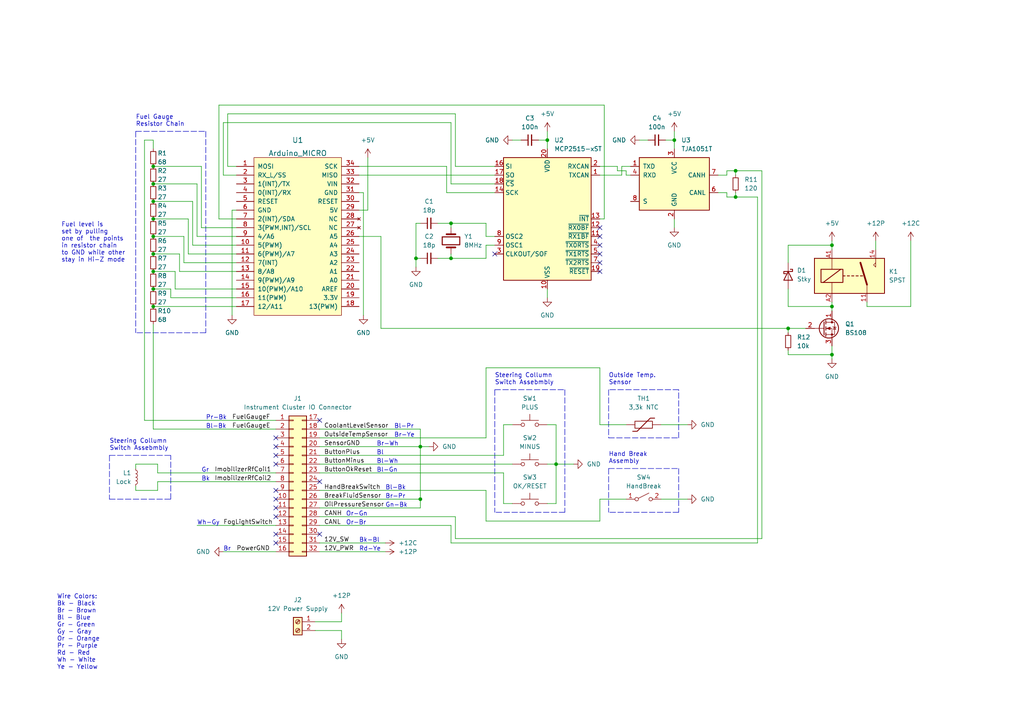
<source format=kicad_sch>
(kicad_sch (version 20211123) (generator eeschema)
  (paper "A4")
  (title_block (title "WV Instrument Cluster Controller") (date "2022-10-25") (rev "0") (company "A. Vene") (comment 1 "Arduino Micro and MCP2515 based VWinstrument cluster interface circuit diagram"))
  (lib_symbols
    (symbol "Connector:Screw_Terminal_01x02" (pin_names (offset 1.016) hide)
      (property "Reference" "J" (at 0 2.54 0))
      (property "Value" "Screw_Terminal_01x02" (at 0 -5.08 0))
      (symbol "Screw_Terminal_01x02_1_1"
        (rectangle (start -1.27 1.27) (end 1.27 -3.81) (stroke (width 0.254)) (fill (type background)))
        (circle (center 0 -2.54) (radius 0.635) (stroke (width 0.1524)))
        (polyline (pts (xy -0.5334 -2.2098) (xy 0.3302 -3.048)) (stroke (width 0.1524)))
        (polyline (pts (xy -0.5334 0.3302) (xy 0.3302 -0.508)) (stroke (width 0.1524)))
        (polyline (pts (xy -0.3556 -2.032) (xy 0.508 -2.8702)) (stroke (width 0.1524)))
        (polyline (pts (xy -0.3556 0.508) (xy 0.508 -0.3302)) (stroke (width 0.1524)))
        (circle (center 0 0) (radius 0.635) (stroke (width 0.1524)))
        (pin passive line (at -5.08 0 0) (length 3.81) (name "Pin_1") (number "1"))
        (pin passive line (at -5.08 -2.54 0) (length 3.81) (name "Pin_2") (number "2"))
      )
    )
    (symbol "Connector_Generic:Conn_02x16_Top_Bottom" (pin_names (offset 1.016) hide)
      (property "Reference" "J" (at 1.27 20.32 0))
      (property "Value" "Conn_02x16_Top_Bottom" (at 1.27 -22.86 0))
      (symbol "Conn_02x16_Top_Bottom_1_1"
        (rectangle (start -1.27 -20.193) (end 0 -20.447) (stroke (width 0.1524)))
        (rectangle (start -1.27 -17.653) (end 0 -17.907) (stroke (width 0.1524)))
        (rectangle (start -1.27 -15.113) (end 0 -15.367) (stroke (width 0.1524)))
        (rectangle (start -1.27 -12.573) (end 0 -12.827) (stroke (width 0.1524)))
        (rectangle (start -1.27 -10.033) (end 0 -10.287) (stroke (width 0.1524)))
        (rectangle (start -1.27 -7.493) (end 0 -7.747) (stroke (width 0.1524)))
        (rectangle (start -1.27 -4.953) (end 0 -5.207) (stroke (width 0.1524)))
        (rectangle (start -1.27 -2.413) (end 0 -2.667) (stroke (width 0.1524)))
        (rectangle (start -1.27 0.127) (end 0 -0.127) (stroke (width 0.1524)))
        (rectangle (start -1.27 2.667) (end 0 2.413) (stroke (width 0.1524)))
        (rectangle (start -1.27 5.207) (end 0 4.953) (stroke (width 0.1524)))
        (rectangle (start -1.27 7.747) (end 0 7.493) (stroke (width 0.1524)))
        (rectangle (start -1.27 10.287) (end 0 10.033) (stroke (width 0.1524)))
        (rectangle (start -1.27 12.827) (end 0 12.573) (stroke (width 0.1524)))
        (rectangle (start -1.27 15.367) (end 0 15.113) (stroke (width 0.1524)))
        (rectangle (start -1.27 17.907) (end 0 17.653) (stroke (width 0.1524)))
        (rectangle (start -1.27 19.05) (end 3.81 -21.59) (stroke (width 0.254)) (fill (type background)))
        (rectangle (start 3.81 -20.193) (end 2.54 -20.447) (stroke (width 0.1524)))
        (rectangle (start 3.81 -17.653) (end 2.54 -17.907) (stroke (width 0.1524)))
        (rectangle (start 3.81 -15.113) (end 2.54 -15.367) (stroke (width 0.1524)))
        (rectangle (start 3.81 -12.573) (end 2.54 -12.827) (stroke (width 0.1524)))
        (rectangle (start 3.81 -10.033) (end 2.54 -10.287) (stroke (width 0.1524)))
        (rectangle (start 3.81 -7.493) (end 2.54 -7.747) (stroke (width 0.1524)))
        (rectangle (start 3.81 -4.953) (end 2.54 -5.207) (stroke (width 0.1524)))
        (rectangle (start 3.81 -2.413) (end 2.54 -2.667) (stroke (width 0.1524)))
        (rectangle (start 3.81 0.127) (end 2.54 -0.127) (stroke (width 0.1524)))
        (rectangle (start 3.81 2.667) (end 2.54 2.413) (stroke (width 0.1524)))
        (rectangle (start 3.81 5.207) (end 2.54 4.953) (stroke (width 0.1524)))
        (rectangle (start 3.81 7.747) (end 2.54 7.493) (stroke (width 0.1524)))
        (rectangle (start 3.81 10.287) (end 2.54 10.033) (stroke (width 0.1524)))
        (rectangle (start 3.81 12.827) (end 2.54 12.573) (stroke (width 0.1524)))
        (rectangle (start 3.81 15.367) (end 2.54 15.113) (stroke (width 0.1524)))
        (rectangle (start 3.81 17.907) (end 2.54 17.653) (stroke (width 0.1524)))
        (pin passive line (at -5.08 17.78 0) (length 3.81) (name "Pin_1") (number "1"))
        (pin passive line (at -5.08 -5.08 0) (length 3.81) (name "Pin_10") (number "10"))
        (pin passive line (at -5.08 -7.62 0) (length 3.81) (name "Pin_11") (number "11"))
        (pin passive line (at -5.08 -10.16 0) (length 3.81) (name "Pin_12") (number "12"))
        (pin passive line (at -5.08 -12.7 0) (length 3.81) (name "Pin_13") (number "13"))
        (pin passive line (at -5.08 -15.24 0) (length 3.81) (name "Pin_14") (number "14"))
        (pin passive line (at -5.08 -17.78 0) (length 3.81) (name "Pin_15") (number "15"))
        (pin passive line (at -5.08 -20.32 0) (length 3.81) (name "Pin_16") (number "16"))
        (pin passive line (at 7.62 17.78 180) (length 3.81) (name "Pin_17") (number "17"))
        (pin passive line (at 7.62 15.24 180) (length 3.81) (name "Pin_18") (number "18"))
        (pin passive line (at 7.62 12.7 180) (length 3.81) (name "Pin_19") (number "19"))
        (pin passive line (at -5.08 15.24 0) (length 3.81) (name "Pin_2") (number "2"))
        (pin passive line (at 7.62 10.16 180) (length 3.81) (name "Pin_20") (number "20"))
        (pin passive line (at 7.62 7.62 180) (length 3.81) (name "Pin_21") (number "21"))
        (pin passive line (at 7.62 5.08 180) (length 3.81) (name "Pin_22") (number "22"))
        (pin passive line (at 7.62 2.54 180) (length 3.81) (name "Pin_23") (number "23"))
        (pin passive line (at 7.62 0 180) (length 3.81) (name "Pin_24") (number "24"))
        (pin passive line (at 7.62 -2.54 180) (length 3.81) (name "Pin_25") (number "25"))
        (pin passive line (at 7.62 -5.08 180) (length 3.81) (name "Pin_26") (number "26"))
        (pin passive line (at 7.62 -7.62 180) (length 3.81) (name "Pin_27") (number "27"))
        (pin passive line (at 7.62 -10.16 180) (length 3.81) (name "Pin_28") (number "28"))
        (pin passive line (at 7.62 -12.7 180) (length 3.81) (name "Pin_29") (number "29"))
        (pin passive line (at -5.08 12.7 0) (length 3.81) (name "Pin_3") (number "3"))
        (pin passive line (at 7.62 -15.24 180) (length 3.81) (name "Pin_30") (number "30"))
        (pin passive line (at 7.62 -17.78 180) (length 3.81) (name "Pin_31") (number "31"))
        (pin passive line (at 7.62 -20.32 180) (length 3.81) (name "Pin_32") (number "32"))
        (pin passive line (at -5.08 10.16 0) (length 3.81) (name "Pin_4") (number "4"))
        (pin passive line (at -5.08 7.62 0) (length 3.81) (name "Pin_5") (number "5"))
        (pin passive line (at -5.08 5.08 0) (length 3.81) (name "Pin_6") (number "6"))
        (pin passive line (at -5.08 2.54 0) (length 3.81) (name "Pin_7") (number "7"))
        (pin passive line (at -5.08 0 0) (length 3.81) (name "Pin_8") (number "8"))
        (pin passive line (at -5.08 -2.54 0) (length 3.81) (name "Pin_9") (number "9"))
      )
    )
    (symbol "Device:C_Small" (pin_numbers hide) (pin_names (offset 0.254) hide)
      (property "Reference" "C" (at 0.254 1.778 0))
      (property "Value" "C_Small" (at 0.254 -2.032 0))
      (symbol "C_Small_0_1"
        (polyline (pts (xy -1.524 -0.508) (xy 1.524 -0.508)) (stroke (width 0.3302)))
        (polyline (pts (xy -1.524 0.508) (xy 1.524 0.508)) (stroke (width 0.3048)))
      )
      (symbol "C_Small_1_1"
        (pin passive line (at 0 2.54 270) (length 2.032) (name "~") (number "1"))
        (pin passive line (at 0 -2.54 90) (length 2.032) (name "~") (number "2"))
      )
    )
    (symbol "Device:Crystal" (pin_numbers hide) (pin_names (offset 1.016) hide)
      (property "Reference" "Y" (at 0 3.81 0))
      (property "Value" "Crystal" (at 0 -3.81 0))
      (symbol "Crystal_0_1"
        (rectangle (start -1.143 2.54) (end 1.143 -2.54) (stroke (width 0.3048)))
        (polyline (pts (xy -2.54 0) (xy -1.905 0)))
        (polyline (pts (xy -1.905 -1.27) (xy -1.905 1.27)) (stroke (width 0.508)))
        (polyline (pts (xy 1.905 -1.27) (xy 1.905 1.27)) (stroke (width 0.508)))
        (polyline (pts (xy 2.54 0) (xy 1.905 0)))
      )
      (symbol "Crystal_1_1"
        (pin passive line (at -3.81 0 0) (length 1.27) (name "1") (number "1"))
        (pin passive line (at 3.81 0 180) (length 1.27) (name "2") (number "2"))
      )
    )
    (symbol "Device:D_Schottky" (pin_numbers hide) (pin_names (offset 1.016) hide)
      (property "Reference" "D" (at 0 2.54 0))
      (property "Value" "D_Schottky" (at 0 -2.54 0))
      (symbol "D_Schottky_0_1"
        (polyline (pts (xy 1.27 0) (xy -1.27 0)))
        (polyline (pts (xy 1.27 1.27) (xy 1.27 -1.27) (xy -1.27 0) (xy 1.27 1.27)) (stroke (width 0.254)))
        (polyline (pts (xy -1.905 0.635) (xy -1.905 1.27) (xy -1.27 1.27) (xy -1.27 -1.27) (xy -0.635 -1.27) (xy -0.635 -0.635)) (stroke (width 0.254)))
      )
      (symbol "D_Schottky_1_1"
        (pin passive line (at -3.81 0 0) (length 2.54) (name "K") (number "1"))
        (pin passive line (at 3.81 0 180) (length 2.54) (name "A") (number "2"))
      )
    )
    (symbol "Device:L_Small" (pin_numbers hide) (pin_names (offset 0.254) hide)
      (property "Reference" "L" (at 0.762 1.016 0))
      (property "Value" "L_Small" (at 0.762 -1.016 0))
      (symbol "L_Small_0_1"
        (arc (start 0 -2.032) (mid 0.508 -1.524) (end 0 -1.016))
        (arc (start 0 -1.016) (mid 0.508 -0.508) (end 0 0))
        (arc (start 0 0) (mid 0.508 0.508) (end 0 1.016))
        (arc (start 0 1.016) (mid 0.508 1.524) (end 0 2.032))
      )
      (symbol "L_Small_1_1"
        (pin passive line (at 0 2.54 270) (length 0.508) (name "~") (number "1"))
        (pin passive line (at 0 -2.54 90) (length 0.508) (name "~") (number "2"))
      )
    )
    (symbol "Device:Q_NMOS_DGS" (pin_names (offset 0) hide)
      (property "Reference" "Q" (at 5.08 1.27 0))
      (property "Value" "Q_NMOS_DGS" (at 5.08 -1.27 0))
      (symbol "Q_NMOS_DGS_0_1"
        (polyline (pts (xy 0.254 0) (xy -2.54 0)))
        (polyline (pts (xy 0.254 1.905) (xy 0.254 -1.905)) (stroke (width 0.254)))
        (polyline (pts (xy 0.762 -1.27) (xy 0.762 -2.286)) (stroke (width 0.254)))
        (polyline (pts (xy 0.762 0.508) (xy 0.762 -0.508)) (stroke (width 0.254)))
        (polyline (pts (xy 0.762 2.286) (xy 0.762 1.27)) (stroke (width 0.254)))
        (polyline (pts (xy 2.54 2.54) (xy 2.54 1.778)))
        (polyline (pts (xy 2.54 -2.54) (xy 2.54 0) (xy 0.762 0)))
        (polyline (pts (xy 0.762 -1.778) (xy 3.302 -1.778) (xy 3.302 1.778) (xy 0.762 1.778)))
        (polyline (pts (xy 1.016 0) (xy 2.032 0.381) (xy 2.032 -0.381) (xy 1.016 0)) (fill (type outline)))
        (polyline (pts (xy 2.794 0.508) (xy 2.921 0.381) (xy 3.683 0.381) (xy 3.81 0.254)))
        (polyline (pts (xy 3.302 0.381) (xy 2.921 -0.254) (xy 3.683 -0.254) (xy 3.302 0.381)))
        (circle (center 1.651 0) (radius 2.794) (stroke (width 0.254)))
        (circle (center 2.54 -1.778) (radius 0.254) (fill (type outline)))
        (circle (center 2.54 1.778) (radius 0.254) (fill (type outline)))
      )
      (symbol "Q_NMOS_DGS_1_1"
        (pin passive line (at 2.54 5.08 270) (length 2.54) (name "D") (number "1"))
        (pin input line (at -5.08 0 0) (length 2.54) (name "G") (number "2"))
        (pin passive line (at 2.54 -5.08 90) (length 2.54) (name "S") (number "3"))
      )
    )
    (symbol "Device:R_Small" (pin_numbers hide) (pin_names (offset 0.254) hide)
      (property "Reference" "R" (at 0.762 0.508 0))
      (property "Value" "R_Small" (at 0.762 -1.016 0))
      (symbol "R_Small_0_1"
        (rectangle (start -0.762 1.778) (end 0.762 -1.778) (stroke (width 0.2032)))
      )
      (symbol "R_Small_1_1"
        (pin passive line (at 0 2.54 270) (length 0.762) (name "~") (number "1"))
        (pin passive line (at 0 -2.54 90) (length 0.762) (name "~") (number "2"))
      )
    )
    (symbol "Device:Thermistor" (pin_numbers hide) (pin_names (offset 0))
      (property "Reference" "TH" (at 2.54 1.27 90))
      (property "Value" "Thermistor" (at -2.54 0 90))
      (symbol "Thermistor_0_1"
        (rectangle (start -1.016 2.54) (end 1.016 -2.54) (stroke (width 0.2032)))
        (polyline (pts (xy -1.905 3.175) (xy -1.905 1.905) (xy 1.905 -1.905) (xy 1.905 -3.175) (xy 1.905 -3.175)) (stroke (width 0.254)))
      )
      (symbol "Thermistor_1_1"
        (pin passive line (at 0 5.08 270) (length 2.54) (name "~") (number "1"))
        (pin passive line (at 0 -5.08 90) (length 2.54) (name "~") (number "2"))
      )
    )
    (symbol "Interface_CAN_LIN:MCP2515-xST"
      (property "Reference" "U" (at -10.16 19.685 0))
      (property "Value" "MCP2515-xST" (at 19.05 20.32 0))
      (symbol "MCP2515-xST_0_1"
        (rectangle (start -12.7 17.78) (end 12.7 -17.78) (stroke (width 0.254)) (fill (type background)))
      )
      (symbol "MCP2515-xST_1_1"
        (pin output line (at 15.24 12.7 180) (length 2.54) (name "TXCAN") (number "1"))
        (pin power_in line (at 0 -20.32 90) (length 2.54) (name "VSS") (number "10"))
        (pin output line (at 15.24 -5.08 180) (length 2.54) (name "~{RX1BF}") (number "11"))
        (pin output line (at 15.24 -2.54 180) (length 2.54) (name "~{RX0BF}") (number "12"))
        (pin output line (at 15.24 0 180) (length 2.54) (name "~{INT}") (number "13"))
        (pin input line (at -15.24 7.62 0) (length 2.54) (name "SCK") (number "14"))
        (pin no_connect line (at -12.7 -2.54 0) (length 2.54) hide (name "NC") (number "15"))
        (pin input line (at -15.24 15.24 0) (length 2.54) (name "SI") (number "16"))
        (pin output line (at -15.24 12.7 0) (length 2.54) (name "SO") (number "17"))
        (pin input line (at -15.24 10.16 0) (length 2.54) (name "~{CS}") (number "18"))
        (pin input line (at 15.24 -15.24 180) (length 2.54) (name "~{RESET}") (number "19"))
        (pin input line (at 15.24 15.24 180) (length 2.54) (name "RXCAN") (number "2"))
        (pin power_in line (at 0 20.32 270) (length 2.54) (name "VDD") (number "20"))
        (pin output line (at -15.24 -10.16 0) (length 2.54) (name "CLKOUT/SOF") (number "3"))
        (pin input line (at 15.24 -7.62 180) (length 2.54) (name "~{TX0RTS}") (number "4"))
        (pin input line (at 15.24 -10.16 180) (length 2.54) (name "~{TX1RTS}") (number "5"))
        (pin no_connect line (at -12.7 0 0) (length 2.54) hide (name "NC") (number "6"))
        (pin input line (at 15.24 -12.7 180) (length 2.54) (name "~{TX2RTS}") (number "7"))
        (pin output line (at -15.24 -5.08 0) (length 2.54) (name "OSC2") (number "8"))
        (pin input line (at -15.24 -7.62 0) (length 2.54) (name "OSC1") (number "9"))
      )
    )
    (symbol "Interface_CAN_LIN:TJA1051T" (pin_names (offset 1.016))
      (property "Reference" "U" (at -10.16 8.89 0))
      (property "Value" "TJA1051T" (at 1.27 8.89 0))
      (symbol "TJA1051T_0_1"
        (rectangle (start -10.16 7.62) (end 10.16 -7.62) (stroke (width 0.254)) (fill (type background)))
      )
      (symbol "TJA1051T_1_1"
        (pin input line (at -12.7 5.08 0) (length 2.54) (name "TXD") (number "1"))
        (pin power_in line (at 0 -10.16 90) (length 2.54) (name "GND") (number "2"))
        (pin power_in line (at 0 10.16 270) (length 2.54) (name "VCC") (number "3"))
        (pin output line (at -12.7 2.54 0) (length 2.54) (name "RXD") (number "4"))
        (pin no_connect line (at -12.7 -2.54 0) (length 2.54) hide (name "n.c.") (number "5"))
        (pin bidirectional line (at 12.7 -2.54 180) (length 2.54) (name "CANL") (number "6"))
        (pin bidirectional line (at 12.7 2.54 180) (length 2.54) (name "CANH") (number "7"))
        (pin input line (at -12.7 -5.08 0) (length 2.54) (name "S") (number "8"))
      )
    )
    (symbol "McuBoards:Arduino_MICRO" (pin_names (offset 1.016))
      (property "Reference" "U" (at 11.43 -24.13 0))
      (property "Value" "Arduino_MICRO" (at 0 24.13 0))
      (symbol "Arduino_MICRO_0_1"
        (rectangle (start -12.7 22.86) (end 12.7 -22.86) (fill (type background)))
      )
      (symbol "Arduino_MICRO_1_1"
        (pin output line (at -17.78 20.32 0) (length 5.08) (name "MOSI") (number "1"))
        (pin bidirectional line (at -17.78 -2.54 0) (length 5.08) (name "5(PWM)") (number "10"))
        (pin bidirectional line (at -17.78 -5.08 0) (length 5.08) (name "6(PWM)/A7") (number "11"))
        (pin bidirectional line (at -17.78 -7.62 0) (length 5.08) (name "7(INT)") (number "12"))
        (pin bidirectional line (at -17.78 -10.16 0) (length 5.08) (name "8/A8") (number "13"))
        (pin bidirectional line (at -17.78 -12.7 0) (length 5.08) (name "9(PWM)/A9") (number "14"))
        (pin bidirectional line (at -17.78 -15.24 0) (length 5.08) (name "10(PWM)/A10") (number "15"))
        (pin bidirectional line (at -17.78 -17.78 0) (length 5.08) (name "11(PWM)") (number "16"))
        (pin bidirectional line (at -17.78 -20.32 0) (length 5.08) (name "12/A11") (number "17"))
        (pin bidirectional line (at 17.78 -20.32 180) (length 5.08) (name "13(PWM)") (number "18"))
        (pin power_out line (at 17.78 -17.78 180) (length 5.08) (name "3.3V") (number "19"))
        (pin bidirectional line (at -17.78 17.78 0) (length 5.08) (name "RX_L/SS") (number "2"))
        (pin power_in line (at 17.78 -15.24 180) (length 5.08) (name "AREF") (number "20"))
        (pin bidirectional line (at 17.78 -12.7 180) (length 5.08) (name "A0") (number "21"))
        (pin bidirectional line (at 17.78 -10.16 180) (length 5.08) (name "A1") (number "22"))
        (pin bidirectional line (at 17.78 -7.62 180) (length 5.08) (name "A2") (number "23"))
        (pin bidirectional line (at 17.78 -5.08 180) (length 5.08) (name "A3") (number "24"))
        (pin bidirectional line (at 17.78 -2.54 180) (length 5.08) (name "A4") (number "25"))
        (pin bidirectional line (at 17.78 0 180) (length 5.08) (name "A5") (number "26"))
        (pin no_connect line (at 17.78 2.54 180) (length 5.08) (name "NC") (number "27"))
        (pin no_connect line (at 17.78 5.08 180) (length 5.08) (name "NC") (number "28"))
        (pin power_in line (at 17.78 7.62 180) (length 5.08) (name "5V") (number "29"))
        (pin bidirectional line (at -17.78 15.24 0) (length 5.08) (name "1(INT)/TX") (number "3"))
        (pin input line (at 17.78 10.16 180) (length 5.08) (name "RESET") (number "30"))
        (pin power_in line (at 17.78 12.7 180) (length 5.08) (name "GND") (number "31"))
        (pin power_in line (at 17.78 15.24 180) (length 5.08) (name "VIN") (number "32"))
        (pin bidirectional line (at 17.78 17.78 180) (length 5.08) (name "MISO") (number "33"))
        (pin bidirectional line (at 17.78 20.32 180) (length 5.08) (name "SCK") (number "34"))
        (pin bidirectional line (at -17.78 12.7 0) (length 5.08) (name "0(INT)/RX") (number "4"))
        (pin input line (at -17.78 10.16 0) (length 5.08) (name "RESET") (number "5"))
        (pin power_in line (at -17.78 7.62 0) (length 5.08) (name "GND") (number "6"))
        (pin power_in line (at -17.78 5.08 0) (length 5.08) (name "2(INT)/SDA") (number "7"))
        (pin bidirectional line (at -17.78 2.54 0) (length 5.08) (name "3(PWM,INT)/SCL") (number "8"))
        (pin bidirectional line (at -17.78 0 0) (length 5.08) (name "4/A6") (number "9"))
      )
    )
    (symbol "Relay:FINDER-32.21-x300"
      (property "Reference" "K" (at 11.43 3.81 0))
      (property "Value" "FINDER-32.21-x300" (at 11.43 1.27 0))
      (symbol "FINDER-32.21-x300_0_1"
        (rectangle (start -10.16 5.08) (end 10.16 -5.08) (stroke (width 0.254)) (fill (type background)))
        (rectangle (start -8.255 1.905) (end -1.905 -1.905) (stroke (width 0.254)))
        (polyline (pts (xy -7.62 -1.905) (xy -2.54 1.905)) (stroke (width 0.254)))
        (polyline (pts (xy -5.08 -5.08) (xy -5.08 -1.905)))
        (polyline (pts (xy -5.08 5.08) (xy -5.08 1.905)))
        (polyline (pts (xy -1.905 0) (xy -1.27 0)) (stroke (width 0.254)))
        (polyline (pts (xy -0.635 0) (xy 0 0)) (stroke (width 0.254)))
        (polyline (pts (xy 0.635 0) (xy 1.27 0)) (stroke (width 0.254)))
        (polyline (pts (xy 1.905 0) (xy 2.54 0)) (stroke (width 0.254)))
        (polyline (pts (xy 3.175 0) (xy 3.81 0)) (stroke (width 0.254)))
        (polyline (pts (xy 5.08 -2.54) (xy 3.175 3.81)) (stroke (width 0.508)))
        (polyline (pts (xy 5.08 -2.54) (xy 5.08 -5.08)))
        (polyline (pts (xy 7.62 5.08) (xy 7.62 2.54) (xy 6.985 3.175) (xy 7.62 3.81)))
      )
      (symbol "FINDER-32.21-x300_1_1"
        (pin passive line (at 5.08 -7.62 90) (length 2.54) (name "~") (number "11"))
        (pin passive line (at 7.62 7.62 270) (length 2.54) (name "~") (number "14"))
        (pin passive line (at -5.08 7.62 270) (length 2.54) (name "~") (number "A1"))
        (pin passive line (at -5.08 -7.62 90) (length 2.54) (name "~") (number "A2"))
      )
    )
    (symbol "Switch:SW_Push" (pin_numbers hide) (pin_names (offset 1.016) hide)
      (property "Reference" "SW" (at 1.27 2.54 0))
      (property "Value" "SW_Push" (at 0 -1.524 0))
      (symbol "SW_Push_0_1"
        (circle (center -2.032 0) (radius 0.508))
        (polyline (pts (xy 0 1.27) (xy 0 3.048)))
        (polyline (pts (xy 2.54 1.27) (xy -2.54 1.27)))
        (circle (center 2.032 0) (radius 0.508))
        (pin passive line (at -5.08 0 0) (length 2.54) (name "1") (number "1"))
        (pin passive line (at 5.08 0 180) (length 2.54) (name "2") (number "2"))
      )
    )
    (symbol "Switch:SW_SPST" (pin_names (offset 0) hide)
      (property "Reference" "SW" (at 0 3.175 0))
      (property "Value" "SW_SPST" (at 0 -2.54 0))
      (symbol "SW_SPST_0_0"
        (circle (center -2.032 0) (radius 0.508))
        (polyline (pts (xy -1.524 0.254) (xy 1.524 1.778)))
        (circle (center 2.032 0) (radius 0.508))
      )
      (symbol "SW_SPST_1_1"
        (pin passive line (at -5.08 0 0) (length 2.54) (name "A") (number "1"))
        (pin passive line (at 5.08 0 180) (length 2.54) (name "B") (number "2"))
      )
    )
    (symbol "power:+12C" (power) (pin_names (offset 0))
      (property "Value" "+12C" (at 0 3.81 0))
      (symbol "+12C_0_1"
        (polyline (pts (xy -0.762 1.27) (xy 0 2.54)))
        (polyline (pts (xy 0 0) (xy 0 2.54)))
        (polyline (pts (xy 0 2.54) (xy 0.762 1.27)))
      )
      (symbol "+12C_1_1"
        (pin power_in line (at 0 0 90) (length 0) hide (name "+12C") (number "1"))
      )
    )
    (symbol "power:+12P" (power) (pin_names (offset 0))
      (property "Value" "+12P" (at 0 3.556 0))
      (symbol "+12P_0_1"
        (polyline (pts (xy -0.762 1.27) (xy 0 2.54)))
        (polyline (pts (xy 0 0) (xy 0 2.54)))
        (polyline (pts (xy 0 2.54) (xy 0.762 1.27)))
      )
      (symbol "+12P_1_1"
        (pin power_in line (at 0 0 90) (length 0) hide (name "+12P") (number "1"))
      )
    )
    (symbol "power:+5V" (power) (pin_names (offset 0))
      (property "Value" "+5V" (at 0 3.556 0))
      (symbol "+5V_0_1"
        (polyline (pts (xy -0.762 1.27) (xy 0 2.54)))
        (polyline (pts (xy 0 0) (xy 0 2.54)))
        (polyline (pts (xy 0 2.54) (xy 0.762 1.27)))
      )
      (symbol "+5V_1_1"
        (pin power_in line (at 0 0 90) (length 0) hide (name "+5V") (number "1"))
      )
    )
    (symbol "power:GND" (power) (pin_names (offset 0))
      (property "Value" "GND" (at 0 -3.81 0))
      (symbol "GND_0_1"
        (polyline (pts (xy 0 0) (xy 0 -1.27) (xy 1.27 -1.27) (xy 0 -2.54) (xy -1.27 -1.27) (xy 0 -1.27)))
      )
      (symbol "GND_1_1"
        (pin power_in line (at 0 0 270) (length 0) hide (name "GND") (number "1"))
      )
    )
  )
  (junction (at 44.45 73.66))
  (junction (at 241.3 102.87))
  (junction (at 44.45 48.26))
  (junction (at 158.75 40.64))
  (junction (at 161.29 134.62))
  (junction (at 130.81 74.93))
  (junction (at 44.45 58.42))
  (junction (at 121.92 144.78))
  (junction (at 44.45 53.34))
  (junction (at 130.81 64.77))
  (junction (at 213.36 57.15))
  (junction (at 228.6 95.25))
  (junction (at 44.45 68.58))
  (junction (at 44.45 63.5))
  (junction (at 241.3 71.12))
  (junction (at 195.58 40.64))
  (junction (at 120.65 74.93))
  (junction (at 44.45 83.82))
  (junction (at 121.92 129.54))
  (junction (at 241.3 88.9))
  (junction (at 44.45 88.9))
  (junction (at 44.45 78.74))
  (junction (at 213.36 49.53))
  (no_connect (at 143.51 73.66))
  (no_connect (at 173.99 78.74))
  (no_connect (at 173.99 71.12))
  (no_connect (at 173.99 68.58))
  (no_connect (at 173.99 73.66))
  (no_connect (at 173.99 76.2))
  (no_connect (at 173.99 66.04))
  (no_connect (at 80.01 132.08))
  (no_connect (at 80.01 127))
  (no_connect (at 80.01 129.54))
  (no_connect (at 80.01 154.94))
  (no_connect (at 80.01 149.86))
  (no_connect (at 80.01 147.32))
  (no_connect (at 80.01 157.48))
  (no_connect (at 80.01 144.78))
  (no_connect (at 80.01 142.24))
  (no_connect (at 80.01 134.62))
  (no_connect (at 92.71 121.92))
  (no_connect (at 92.71 154.94))
  (no_connect (at 92.71 139.7))
  (wire (pts (xy 104.14 48.26) (xy 129.54 48.26)))
  (wire (pts (xy 44.45 83.82) (xy 49.53 83.82)))
  (wire (pts (xy 52.07 73.66) (xy 44.45 73.66)))
  (wire (pts (xy 208.28 55.88) (xy 210.82 55.88)))
  (wire (pts (xy 44.45 88.9) (xy 68.58 88.9)))
  (wire (pts (xy 55.88 71.12) (xy 68.58 71.12)))
  (wire (pts (xy 219.71 157.48) (xy 130.81 157.48)))
  (wire (pts (xy 104.14 50.8) (xy 143.51 50.8)))
  (polyline (pts (xy 176.53 135.89) (xy 196.85 135.89)))
  (wire (pts (xy 140.97 68.58) (xy 140.97 64.77)))
  (wire (pts (xy 39.37 135.89) (xy 39.37 134.62)))
  (wire (pts (xy 39.37 134.62) (xy 45.72 134.62)))
  (wire (pts (xy 241.3 102.87) (xy 241.3 104.14)))
  (polyline (pts (xy 163.83 113.03) (xy 163.83 148.59)))
  (wire (pts (xy 104.14 68.58) (xy 110.49 68.58)))
  (wire (pts (xy 146.05 146.05) (xy 148.59 146.05)))
  (wire (pts (xy 44.45 78.74) (xy 50.8 78.74)))
  (wire (pts (xy 57.15 68.58) (xy 68.58 68.58)))
  (wire (pts (xy 44.45 63.5) (xy 54.61 63.5)))
  (wire (pts (xy 92.71 137.16) (xy 146.05 137.16)))
  (wire (pts (xy 92.71 149.86) (xy 132.08 149.86)))
  (polyline (pts (xy 143.51 113.03) (xy 163.83 113.03)))
  (wire (pts (xy 146.05 137.16) (xy 146.05 146.05)))
  (wire (pts (xy 129.54 48.26) (xy 129.54 55.88)))
  (wire (pts (xy 44.45 58.42) (xy 55.88 58.42)))
  (wire (pts (xy 92.71 129.54) (xy 121.92 129.54)))
  (wire (pts (xy 92.71 144.78) (xy 121.92 144.78)))
  (wire (pts (xy 54.61 73.66) (xy 68.58 73.66)))
  (wire (pts (xy 58.42 48.26) (xy 58.42 66.04)))
  (polyline (pts (xy 176.53 113.03) (xy 176.53 127)))
  (wire (pts (xy 210.82 55.88) (xy 210.82 57.15)))
  (wire (pts (xy 92.71 157.48) (xy 111.76 157.48)))
  (wire (pts (xy 158.75 146.05) (xy 161.29 146.05)))
  (wire (pts (xy 173.99 63.5) (xy 175.26 63.5)))
  (wire (pts (xy 158.75 40.64) (xy 158.75 43.18)))
  (wire (pts (xy 68.58 48.26) (xy 66.04 48.26)))
  (wire (pts (xy 120.65 64.77) (xy 121.92 64.77)))
  (wire (pts (xy 132.08 33.02) (xy 132.08 48.26)))
  (wire (pts (xy 91.44 180.34) (xy 99.06 180.34)))
  (wire (pts (xy 104.14 60.96) (xy 106.68 60.96)))
  (wire (pts (xy 67.31 91.44) (xy 67.31 60.96)))
  (wire (pts (xy 120.65 74.93) (xy 120.65 77.47)))
  (wire (pts (xy 99.06 180.34) (xy 99.06 177.8)))
  (wire (pts (xy 54.61 63.5) (xy 54.61 73.66)))
  (wire (pts (xy 129.54 55.88) (xy 143.51 55.88)))
  (wire (pts (xy 110.49 68.58) (xy 110.49 95.25)))
  (wire (pts (xy 140.97 127) (xy 92.71 127)))
  (wire (pts (xy 64.77 50.8) (xy 64.77 35.56)))
  (wire (pts (xy 57.15 152.4) (xy 80.01 152.4)))
  (wire (pts (xy 92.71 160.02) (xy 111.76 160.02)))
  (wire (pts (xy 140.97 151.13) (xy 173.99 151.13)))
  (wire (pts (xy 130.81 53.34) (xy 143.51 53.34)))
  (wire (pts (xy 63.5 30.48) (xy 63.5 63.5)))
  (wire (pts (xy 173.99 151.13) (xy 173.99 144.78)))
  (wire (pts (xy 140.97 106.68) (xy 173.99 106.68)))
  (wire (pts (xy 140.97 74.93) (xy 130.81 74.93)))
  (polyline (pts (xy 39.37 38.1) (xy 59.69 38.1)))
  (wire (pts (xy 63.5 63.5) (xy 68.58 63.5)))
  (wire (pts (xy 130.81 35.56) (xy 130.81 53.34)))
  (wire (pts (xy 50.8 83.82) (xy 68.58 83.82)))
  (wire (pts (xy 179.07 49.53) (xy 179.07 48.26)))
  (wire (pts (xy 175.26 63.5) (xy 175.26 30.48)))
  (wire (pts (xy 180.34 50.8) (xy 180.34 48.26)))
  (wire (pts (xy 99.06 182.88) (xy 99.06 185.42)))
  (polyline (pts (xy 176.53 127) (xy 196.85 127)))
  (wire (pts (xy 132.08 48.26) (xy 143.51 48.26)))
  (wire (pts (xy 146.05 123.19) (xy 148.59 123.19)))
  (wire (pts (xy 80.01 121.92) (xy 41.91 121.92)))
  (wire (pts (xy 173.99 50.8) (xy 180.34 50.8)))
  (polyline (pts (xy 143.51 113.03) (xy 143.51 148.59)))
  (wire (pts (xy 105.41 91.44) (xy 105.41 55.88)))
  (wire (pts (xy 80.01 124.46) (xy 44.45 124.46)))
  (wire (pts (xy 45.72 139.7) (xy 45.72 142.24)))
  (wire (pts (xy 66.04 33.02) (xy 132.08 33.02)))
  (wire (pts (xy 130.81 64.77) (xy 130.81 66.04)))
  (wire (pts (xy 140.97 142.24) (xy 92.71 142.24)))
  (wire (pts (xy 210.82 50.8) (xy 210.82 49.53)))
  (polyline (pts (xy 196.85 113.03) (xy 176.53 113.03)))
  (wire (pts (xy 210.82 49.53) (xy 213.36 49.53)))
  (wire (pts (xy 53.34 68.58) (xy 44.45 68.58)))
  (wire (pts (xy 44.45 53.34) (xy 57.15 53.34)))
  (wire (pts (xy 241.3 69.85) (xy 241.3 71.12)))
  (wire (pts (xy 41.91 40.64) (xy 44.45 40.64)))
  (wire (pts (xy 130.81 74.93) (xy 130.81 73.66)))
  (wire (pts (xy 213.36 57.15) (xy 213.36 55.88)))
  (wire (pts (xy 44.45 40.64) (xy 44.45 43.18)))
  (wire (pts (xy 121.92 144.78) (xy 121.92 147.32)))
  (polyline (pts (xy 59.69 38.1) (xy 59.69 96.52)))
  (wire (pts (xy 220.98 156.21) (xy 220.98 49.53)))
  (wire (pts (xy 264.16 88.9) (xy 251.46 88.9)))
  (wire (pts (xy 156.21 40.64) (xy 158.75 40.64)))
  (wire (pts (xy 130.81 152.4) (xy 92.71 152.4)))
  (wire (pts (xy 44.45 124.46) (xy 44.45 93.98)))
  (wire (pts (xy 110.49 95.25) (xy 228.6 95.25)))
  (wire (pts (xy 121.92 124.46) (xy 121.92 129.54)))
  (wire (pts (xy 64.77 160.02) (xy 80.01 160.02)))
  (polyline (pts (xy 163.83 148.59) (xy 143.51 148.59)))
  (wire (pts (xy 127 74.93) (xy 130.81 74.93)))
  (wire (pts (xy 195.58 63.5) (xy 195.58 66.04)))
  (wire (pts (xy 181.61 49.53) (xy 179.07 49.53)))
  (wire (pts (xy 45.72 134.62) (xy 45.72 137.16)))
  (wire (pts (xy 106.68 60.96) (xy 106.68 45.72)))
  (wire (pts (xy 228.6 102.87) (xy 241.3 102.87)))
  (polyline (pts (xy 176.53 135.89) (xy 176.53 148.59)))
  (wire (pts (xy 143.51 68.58) (xy 140.97 68.58)))
  (wire (pts (xy 181.61 144.78) (xy 173.99 144.78)))
  (wire (pts (xy 143.51 71.12) (xy 140.97 71.12)))
  (wire (pts (xy 241.3 71.12) (xy 228.6 71.12)))
  (wire (pts (xy 208.28 50.8) (xy 210.82 50.8)))
  (wire (pts (xy 161.29 134.62) (xy 161.29 123.19)))
  (wire (pts (xy 92.71 132.08) (xy 146.05 132.08)))
  (wire (pts (xy 191.77 144.78) (xy 199.39 144.78)))
  (wire (pts (xy 161.29 123.19) (xy 158.75 123.19)))
  (wire (pts (xy 132.08 149.86) (xy 132.08 156.21)))
  (wire (pts (xy 45.72 142.24) (xy 39.37 142.24)))
  (wire (pts (xy 67.31 60.96) (xy 68.58 60.96)))
  (wire (pts (xy 132.08 156.21) (xy 220.98 156.21)))
  (wire (pts (xy 179.07 48.26) (xy 173.99 48.26)))
  (wire (pts (xy 228.6 71.12) (xy 228.6 76.2)))
  (wire (pts (xy 195.58 40.64) (xy 195.58 43.18)))
  (wire (pts (xy 241.3 72.39) (xy 241.3 71.12)))
  (wire (pts (xy 254 69.85) (xy 254 72.39)))
  (wire (pts (xy 146.05 132.08) (xy 146.05 123.19)))
  (polyline (pts (xy 196.85 148.59) (xy 176.53 148.59)))
  (wire (pts (xy 210.82 57.15) (xy 213.36 57.15)))
  (wire (pts (xy 241.3 88.9) (xy 241.3 90.17)))
  (wire (pts (xy 180.34 48.26) (xy 182.88 48.26)))
  (wire (pts (xy 127 64.77) (xy 130.81 64.77)))
  (wire (pts (xy 175.26 30.48) (xy 63.5 30.48)))
  (wire (pts (xy 161.29 134.62) (xy 166.37 134.62)))
  (wire (pts (xy 140.97 127) (xy 140.97 106.68)))
  (wire (pts (xy 173.99 106.68) (xy 173.99 123.19)))
  (wire (pts (xy 251.46 88.9) (xy 251.46 87.63)))
  (polyline (pts (xy 31.75 132.08) (xy 49.53 132.08)))
  (wire (pts (xy 158.75 134.62) (xy 161.29 134.62)))
  (wire (pts (xy 241.3 87.63) (xy 241.3 88.9)))
  (polyline (pts (xy 49.53 144.78) (xy 49.53 132.08)))
  (polyline (pts (xy 59.69 96.52) (xy 39.37 96.52)))
  (wire (pts (xy 41.91 121.92) (xy 41.91 40.64)))
  (wire (pts (xy 182.88 50.8) (xy 181.61 50.8)))
  (wire (pts (xy 228.6 88.9) (xy 241.3 88.9)))
  (wire (pts (xy 181.61 50.8) (xy 181.61 49.53)))
  (wire (pts (xy 181.61 123.19) (xy 173.99 123.19)))
  (wire (pts (xy 105.41 55.88) (xy 104.14 55.88)))
  (wire (pts (xy 158.75 83.82) (xy 158.75 86.36)))
  (wire (pts (xy 92.71 124.46) (xy 121.92 124.46)))
  (polyline (pts (xy 31.75 132.08) (xy 31.75 144.78)))
  (polyline (pts (xy 39.37 38.1) (xy 39.37 96.52)))
  (wire (pts (xy 195.58 38.1) (xy 195.58 40.64)))
  (wire (pts (xy 191.77 123.19) (xy 199.39 123.19)))
  (wire (pts (xy 213.36 49.53) (xy 213.36 50.8)))
  (polyline (pts (xy 196.85 135.89) (xy 196.85 148.59)))
  (wire (pts (xy 219.71 57.15) (xy 219.71 157.48)))
  (wire (pts (xy 91.44 182.88) (xy 99.06 182.88)))
  (wire (pts (xy 120.65 64.77) (xy 120.65 74.93)))
  (wire (pts (xy 220.98 49.53) (xy 213.36 49.53)))
  (wire (pts (xy 121.92 129.54) (xy 124.46 129.54)))
  (wire (pts (xy 121.92 129.54) (xy 121.92 144.78)))
  (wire (pts (xy 49.53 86.36) (xy 68.58 86.36)))
  (wire (pts (xy 68.58 50.8) (xy 64.77 50.8)))
  (wire (pts (xy 80.01 139.7) (xy 45.72 139.7)))
  (wire (pts (xy 161.29 146.05) (xy 161.29 134.62)))
  (polyline (pts (xy 31.75 144.78) (xy 49.53 144.78)))
  (wire (pts (xy 228.6 83.82) (xy 228.6 88.9)))
  (wire (pts (xy 64.77 35.56) (xy 130.81 35.56)))
  (wire (pts (xy 121.92 74.93) (xy 120.65 74.93)))
  (wire (pts (xy 58.42 66.04) (xy 68.58 66.04)))
  (wire (pts (xy 140.97 64.77) (xy 130.81 64.77)))
  (wire (pts (xy 44.45 48.26) (xy 58.42 48.26)))
  (wire (pts (xy 148.59 40.64) (xy 151.13 40.64)))
  (wire (pts (xy 228.6 101.6) (xy 228.6 102.87)))
  (wire (pts (xy 49.53 83.82) (xy 49.53 86.36)))
  (wire (pts (xy 55.88 58.42) (xy 55.88 71.12)))
  (wire (pts (xy 228.6 95.25) (xy 233.68 95.25)))
  (wire (pts (xy 140.97 142.24) (xy 140.97 151.13)))
  (wire (pts (xy 52.07 78.74) (xy 52.07 73.66)))
  (polyline (pts (xy 196.85 127) (xy 196.85 113.03)))
  (wire (pts (xy 130.81 157.48) (xy 130.81 152.4)))
  (wire (pts (xy 53.34 76.2) (xy 53.34 68.58)))
  (wire (pts (xy 241.3 100.33) (xy 241.3 102.87)))
  (wire (pts (xy 68.58 78.74) (xy 52.07 78.74)))
  (wire (pts (xy 57.15 53.34) (xy 57.15 68.58)))
  (wire (pts (xy 68.58 76.2) (xy 53.34 76.2)))
  (wire (pts (xy 50.8 78.74) (xy 50.8 83.82)))
  (wire (pts (xy 185.42 40.64) (xy 187.96 40.64)))
  (wire (pts (xy 66.04 48.26) (xy 66.04 33.02)))
  (wire (pts (xy 228.6 96.52) (xy 228.6 95.25)))
  (wire (pts (xy 92.71 134.62) (xy 148.59 134.62)))
  (wire (pts (xy 213.36 57.15) (xy 219.71 57.15)))
  (wire (pts (xy 264.16 69.85) (xy 264.16 88.9)))
  (wire (pts (xy 140.97 71.12) (xy 140.97 74.93)))
  (wire (pts (xy 193.04 40.64) (xy 195.58 40.64)))
  (wire (pts (xy 121.92 147.32) (xy 92.71 147.32)))
  (wire (pts (xy 158.75 40.64) (xy 158.75 38.1)))
  (wire (pts (xy 45.72 137.16) (xy 80.01 137.16)))
  (wire (pts (xy 39.37 142.24) (xy 39.37 140.97)))
  (text "Bk-Bl" (at 104.14 157.48 0) (effects (font (size 1.27 1.27)) (justify left bottom)))
  (text "Bl-Pr" (at 114.3 124.46 0) (effects (font (size 1.27 1.27)) (justify left bottom)))
  (text "Fuel level is\nset by pulling\none of  the points\nin resistor chain\nto GND while other\nstay in Hi-Z mode" (at 17.78 76.2 0) (effects (font (size 1.27 1.27)) (justify left bottom)))
  (text "Bl-Bk" (at 59.69 124.46 0) (effects (font (size 1.27 1.27)) (justify left bottom)))
  (text "Hand Break\nAssembly" (at 176.53 134.62 0) (effects (font (size 1.27 1.27)) (justify left bottom)))
  (text "Steering Collumn\nSwitch Assebmbly" (at 143.51 111.76 0) (effects (font (size 1.27 1.27)) (justify left bottom)))
  (text "Br-Wh" (at 109.22 129.54 0) (effects (font (size 1.27 1.27)) (justify left bottom)))
  (text "Outside Temp.\nSensor" (at 176.53 111.76 0) (effects (font (size 1.27 1.27)) (justify left bottom)))
  (text "Rd-Ye" (at 104.14 160.02 0) (effects (font (size 1.27 1.27)) (justify left bottom)))
  (text "Wh-Gy" (at 57.15 152.4 0) (effects (font (size 1.27 1.27)) (justify left bottom)))
  (text "Fuel Gauge\nResistor Chain" (at 39.37 36.83 0) (effects (font (size 1.27 1.27)) (justify left bottom)))
  (text "Br-Pr" (at 111.76 144.78 0) (effects (font (size 1.27 1.27)) (justify left bottom)))
  (text "Bl-Wh" (at 109.22 134.62 0) (effects (font (size 1.27 1.27)) (justify left bottom)))
  (text "Br" (at 64.77 160.02 0) (effects (font (size 1.27 1.27)) (justify left bottom)))
  (text "Or-Br" (at 100.33 152.4 0) (effects (font (size 1.27 1.27)) (justify left bottom)))
  (text "Gr" (at 58.42 137.16 0) (effects (font (size 1.27 1.27)) (justify left bottom)))
  (text "Gn-Bk" (at 111.76 147.32 0) (effects (font (size 1.27 1.27)) (justify left bottom)))
  (text "Wire Colors:\nBk - Black\nBr - Brown\nBl - Blue\nGr - Green\nGy - Gray\nOr - Orange\nPr - Purple\nRd - Red\nWh - White\nYe - Yellow" (at 16.51 194.31 0) (effects (font (size 1.27 1.27)) (justify left bottom)))
  (text "Br-Ye" (at 114.3 127 0) (effects (font (size 1.27 1.27)) (justify left bottom)))
  (text "Bk" (at 58.42 139.7 0) (effects (font (size 1.27 1.27)) (justify left bottom)))
  (text "Or-Gn" (at 100.33 149.86 0) (effects (font (size 1.27 1.27)) (justify left bottom)))
  (text "Bl-Bk" (at 111.76 142.24 0) (effects (font (size 1.27 1.27)) (justify left bottom)))
  (text "Pr-Bk" (at 59.69 121.92 0) (effects (font (size 1.27 1.27)) (justify left bottom)))
  (text "Bl-Gn" (at 109.22 137.16 0) (effects (font (size 1.27 1.27)) (justify left bottom)))
  (text "Steering Collumn\nSwitch Assebmbly" (at 31.75 130.81 0) (effects (font (size 1.27 1.27)) (justify left bottom)))
  (text "Bl" (at 109.22 132.08 0) (effects (font (size 1.27 1.27)) (justify left bottom)))
  (label "ImobilizerRfCoil2" (at 62.23 139.7 0))
  (label "ButtonPlus" (at 93.98 132.08 0))
  (label "OutsideTempSensor" (at 93.98 127 0))
  (label "FuelGaugeE" (at 67.31 124.46 0))
  (label "CoolantLevelSensor" (at 93.98 124.46 0))
  (label "FuelGaugeF" (at 67.31 121.92 0))
  (label "SensorGND" (at 93.98 129.54 0))
  (label "12V_PWR" (at 93.98 160.02 0))
  (label "OilPressureSensor" (at 93.98 147.32 0))
  (label "ButtonOkReset" (at 93.98 137.16 0))
  (label "FogLightSwitch" (at 64.77 152.4 0))
  (label "ButtonMinus" (at 93.98 134.62 0))
  (label "BreakFluidSensor" (at 93.98 144.78 0))
  (label "CANL" (at 93.98 152.4 0))
  (label "HandBreakSwitch" (at 93.98 142.24 0))
  (label "PowerGND" (at 68.58 160.02 0))
  (label "ImobilizerRfCoil1" (at 62.23 137.16 0))
  (label "CANH" (at 93.98 149.86 0))
  (label "12V_SW" (at 93.98 157.48 0))
  (symbol (lib_id "power:GND") (at 199.39 123.19 90) (unit 1)
    (property "Reference" "#PWR016" (effects hide))
    (property "Value" "GND" (at 203.2 123.1899 90) (effects (justify right)))
  )
  (symbol (lib_id "Device:R_Small") (at 228.6 99.06 0) (unit 1)
    (property "Reference" "R12" (at 231.14 97.7899 0) (effects (justify left)))
    (property "Value" "10k" (at 231.14 100.3299 0) (effects (justify left)))
  )
  (symbol (lib_id "power:GND") (at 241.3 104.14 0) (unit 1)
    (property "Reference" "#PWR019" (effects hide))
    (property "Value" "GND" (at 241.3 109.22 0))
  )
  (symbol (lib_id "power:+5V") (at 241.3 69.85 0) (unit 1)
    (property "Reference" "#PWR018" (effects hide))
    (property "Value" "+5V" (at 241.3 64.77 0))
  )
  (symbol (lib_id "Device:C_Small") (at 153.67 40.64 90) (unit 1)
    (property "Reference" "C3" (at 153.6763 34.29 90))
    (property "Value" "100n" (at 153.6763 36.83 90))
  )
  (symbol (lib_id "Switch:SW_Push") (at 153.67 134.62 0) (unit 1)
    (property "Reference" "SW2" (at 153.67 127 0))
    (property "Value" "MINUS" (at 153.67 129.54 0))
  )
  (symbol (lib_id "power:GND") (at 195.58 66.04 0) (unit 1)
    (property "Reference" "#PWR015" (effects hide))
    (property "Value" "GND" (at 195.58 71.12 0))
  )
  (symbol (lib_id "McuBoards:Arduino_MICRO") (at 86.36 68.58 0) (unit 1)
    (property "Reference" "U1" (at 86.36 40.64 0) (effects (font (size 1.524 1.524))))
    (property "Value" "Arduino_MICRO" (at 86.36 44.45 0) (effects (font (size 1.524 1.524))))
  )
  (symbol (lib_id "Device:C_Small") (at 124.46 64.77 90) (unit 1)
    (property "Reference" "C1" (at 124.4663 58.42 90))
    (property "Value" "18p" (at 124.4663 60.96 90))
  )
  (symbol (lib_id "power:+12P") (at 111.76 160.02 270) (unit 1)
    (property "Reference" "#PWR06" (effects hide))
    (property "Value" "+12P" (at 115.57 160.0199 90) (effects (justify left)))
  )
  (symbol (lib_id "Device:L_Small") (at 39.37 138.43 0) (mirror x) (unit 1)
    (property "Reference" "L1" (at 38.1 137.1599 0) (effects (justify right)))
    (property "Value" "Lock" (at 38.1 139.6999 0) (effects (justify right)))
  )
  (symbol (lib_id "Device:D_Schottky") (at 228.6 80.01 270) (unit 1)
    (property "Reference" "D1" (at 231.14 78.4224 90) (effects (justify left)))
    (property "Value" "Stky" (at 231.14 80.9624 90) (effects (justify left)))
  )
  (symbol (lib_id "power:GND") (at 124.46 129.54 90) (mirror x) (unit 1)
    (property "Reference" "#PWR08" (effects hide))
    (property "Value" "GND" (at 128.27 129.5399 90) (effects (justify right)))
  )
  (symbol (lib_id "power:+12P") (at 99.06 177.8 0) (unit 1)
    (property "Reference" "#PWR022" (effects hide))
    (property "Value" "+12P" (at 99.06 172.72 0))
  )
  (symbol (lib_id "Switch:SW_Push") (at 153.67 146.05 0) (unit 1)
    (property "Reference" "SW3" (at 153.67 138.43 0))
    (property "Value" "OK/RESET" (at 153.67 140.97 0))
  )
  (symbol (lib_id "power:GND") (at 199.39 144.78 90) (unit 1)
    (property "Reference" "#PWR017" (effects hide))
    (property "Value" "GND" (at 203.2 144.7799 90) (effects (justify right)))
  )
  (symbol (lib_id "power:GND") (at 185.42 40.64 270) (unit 1)
    (property "Reference" "#PWR013" (effects hide))
    (property "Value" "GND" (at 181.61 40.6399 90) (effects (justify right)))
  )
  (symbol (lib_id "Device:C_Small") (at 190.5 40.64 90) (unit 1)
    (property "Reference" "C4" (at 190.5063 34.29 90))
    (property "Value" "100n" (at 190.5063 36.83 90))
  )
  (symbol (lib_id "Device:Thermistor") (at 186.69 123.19 90) (unit 1)
    (property "Reference" "TH1" (at 186.69 115.57 90))
    (property "Value" "3,3k NTC" (at 186.69 118.11 90))
  )
  (symbol (lib_id "Device:R_Small") (at 44.45 76.2 180) (unit 1)
    (property "Reference" "R7" (at 45.72 74.93 0) (effects (justify right)))
    (property "Value" "27" (at 45.72 77.47 0) (effects (justify right)))
  )
  (symbol (lib_id "Device:R_Small") (at 44.45 71.12 180) (unit 1)
    (property "Reference" "R6" (at 45.72 69.85 0) (effects (justify right)))
    (property "Value" "27" (at 45.72 72.39 0) (effects (justify right)))
  )
  (symbol (lib_id "power:+5V") (at 106.68 45.72 0) (unit 1)
    (property "Reference" "#PWR04" (effects hide))
    (property "Value" "+5V" (at 106.68 40.64 0))
  )
  (symbol (lib_id "Device:Q_NMOS_DGS") (at 238.76 95.25 0) (unit 1)
    (property "Reference" "Q1" (at 245.11 93.9799 0) (effects (justify left)))
    (property "Value" "BS108" (at 245.11 96.5199 0) (effects (justify left)))
  )
  (symbol (lib_id "power:+12C") (at 111.76 157.48 270) (unit 1)
    (property "Reference" "#PWR05" (effects hide))
    (property "Value" "+12C" (at 115.57 157.4799 90) (effects (justify left)))
  )
  (symbol (lib_id "Connector_Generic:Conn_02x16_Top_Bottom") (at 85.09 139.7 0) (unit 1)
    (property "Reference" "J1" (at 86.36 115.57 0))
    (property "Value" "Instrument Cluster IO Connector" (at 86.36 118.11 0))
  )
  (symbol (lib_id "Connector:Screw_Terminal_01x02") (at 86.36 180.34 0) (mirror y) (unit 1)
    (property "Reference" "J2" (at 86.36 173.99 0))
    (property "Value" "12V Power Supply" (at 86.36 176.53 0))
  )
  (symbol (lib_id "Device:R_Small") (at 44.45 81.28 180) (unit 1)
    (property "Reference" "R8" (at 45.72 80.01 0) (effects (justify right)))
    (property "Value" "27" (at 45.72 82.55 0) (effects (justify right)))
  )
  (symbol (lib_id "power:GND") (at 64.77 160.02 270) (unit 1)
    (property "Reference" "#PWR01" (effects hide))
    (property "Value" "GND" (at 60.96 160.0199 90) (effects (justify right)))
  )
  (symbol (lib_id "power:GND") (at 148.59 40.64 270) (unit 1)
    (property "Reference" "#PWR09" (effects hide))
    (property "Value" "GND" (at 144.78 40.6399 90) (effects (justify right)))
  )
  (symbol (lib_id "power:GND") (at 120.65 77.47 0) (unit 1)
    (property "Reference" "#PWR07" (effects hide))
    (property "Value" "GND" (at 120.65 82.55 0))
  )
  (symbol (lib_id "power:GND") (at 67.31 91.44 0) (unit 1)
    (property "Reference" "#PWR02" (effects hide))
    (property "Value" "GND" (at 67.31 96.52 0))
  )
  (symbol (lib_id "Device:C_Small") (at 124.46 74.93 90) (unit 1)
    (property "Reference" "C2" (at 124.4663 68.58 90))
    (property "Value" "18p" (at 124.4663 71.12 90))
  )
  (symbol (lib_id "power:+5V") (at 195.58 38.1 0) (unit 1)
    (property "Reference" "#PWR014" (effects hide))
    (property "Value" "+5V" (at 195.58 33.02 0))
  )
  (symbol (lib_id "Switch:SW_SPST") (at 186.69 144.78 0) (unit 1)
    (property "Reference" "SW4" (at 186.69 138.43 0))
    (property "Value" "HandBreak" (at 186.69 140.97 0))
  )
  (symbol (lib_id "Device:R_Small") (at 44.45 50.8 180) (unit 1)
    (property "Reference" "R2" (at 45.72 49.53 0) (effects (justify right)))
    (property "Value" "27" (at 45.72 52.07 0) (effects (justify right)))
  )
  (symbol (lib_id "power:+5V") (at 158.75 38.1 0) (unit 1)
    (property "Reference" "#PWR010" (effects hide))
    (property "Value" "+5V" (at 158.75 33.02 0))
  )
  (symbol (lib_id "power:+12P") (at 254 69.85 0) (unit 1)
    (property "Reference" "#PWR020" (effects hide))
    (property "Value" "+12P" (at 254 64.77 0))
  )
  (symbol (lib_id "Device:R_Small") (at 44.45 45.72 180) (unit 1)
    (property "Reference" "R1" (at 45.72 44.45 0) (effects (justify right)))
    (property "Value" "68" (at 45.72 46.99 0) (effects (justify right)))
  )
  (symbol (lib_id "Device:R_Small") (at 44.45 55.88 180) (unit 1)
    (property "Reference" "R3" (at 45.72 54.61 0) (effects (justify right)))
    (property "Value" "27" (at 45.72 57.15 0) (effects (justify right)))
  )
  (symbol (lib_id "Relay:FINDER-32.21-x300") (at 246.38 80.01 0) (unit 1)
    (property "Reference" "K1" (at 257.81 78.7399 0) (effects (justify left)))
    (property "Value" "SPST" (at 257.81 81.2799 0) (effects (justify left)))
    (property "Footprint" "Relay_THT:Relay_SPST_Finder_32.21-x300" (effects hide))
    (property "Datasheet" "http://gfinder.findernet.com/assets/Series/355/S32EN.pdf" (effects hide))
  )
  (symbol (lib_id "Device:R_Small") (at 44.45 86.36 180) (unit 1)
    (property "Reference" "R9" (at 45.72 85.09 0) (effects (justify right)))
    (property "Value" "27" (at 45.72 87.63 0) (effects (justify right)))
  )
  (symbol (lib_id "Interface_CAN_LIN:TJA1051T") (at 195.58 53.34 0) (unit 1)
    (property "Reference" "U3" (at 197.5994 40.64 0) (effects (justify left)))
    (property "Value" "TJA1051T" (at 197.5994 43.18 0) (effects (justify left)))
    (property "Footprint" "Package_SO:SOIC-8_3.9x4.9mm_P1.27mm" (effects hide))
    (property "Datasheet" "http://www.nxp.com/documents/data_sheet/TJA1051.pdf" (effects hide))
  )
  (symbol (lib_id "Device:R_Small") (at 44.45 60.96 180) (unit 1)
    (property "Reference" "R4" (at 45.72 59.69 0) (effects (justify right)))
    (property "Value" "27" (at 45.72 62.23 0) (effects (justify right)))
  )
  (symbol (lib_id "Device:Crystal") (at 130.81 69.85 90) (unit 1)
    (property "Reference" "Y1" (at 134.62 68.5799 90) (effects (justify right)))
    (property "Value" "8MHz" (at 134.62 71.1199 90) (effects (justify right)))
  )
  (symbol (lib_id "Interface_CAN_LIN:MCP2515-xST") (at 158.75 63.5 0) (unit 1)
    (property "Reference" "U2" (at 160.7694 40.64 0) (effects (justify left)))
    (property "Value" "MCP2515-xST" (at 160.7694 43.18 0) (effects (justify left)))
    (property "Footprint" "Package_SO:TSSOP-20_4.4x6.5mm_P0.65mm" (effects hide))
    (property "Datasheet" "http://ww1.microchip.com/downloads/en/DeviceDoc/21801e.pdf" (effects hide))
  )
  (symbol (lib_id "Device:R_Small") (at 213.36 53.34 0) (unit 1)
    (property "Reference" "R11" (at 215.9 52.0699 0) (effects (justify left)))
    (property "Value" "120" (at 215.9 54.6099 0) (effects (justify left)))
  )
  (symbol (lib_id "power:+12C") (at 264.16 69.85 0) (unit 1)
    (property "Reference" "#PWR021" (effects hide))
    (property "Value" "+12C" (at 264.16 64.77 0))
  )
  (symbol (lib_id "Device:R_Small") (at 44.45 66.04 180) (unit 1)
    (property "Reference" "R5" (at 45.72 64.77 0) (effects (justify right)))
    (property "Value" "27" (at 45.72 67.31 0) (effects (justify right)))
  )
  (symbol (lib_id "power:GND") (at 99.06 185.42 0) (unit 1)
    (property "Reference" "#PWR023" (effects hide))
    (property "Value" "GND" (at 99.06 190.5 0))
  )
  (symbol (lib_id "Switch:SW_Push") (at 153.67 123.19 0) (unit 1)
    (property "Reference" "SW1" (at 153.67 115.57 0))
    (property "Value" "PLUS" (at 153.67 118.11 0))
  )
  (symbol (lib_id "power:GND") (at 158.75 86.36 0) (unit 1)
    (property "Reference" "#PWR011" (effects hide))
    (property "Value" "GND" (at 158.75 91.44 0))
  )
  (symbol (lib_id "power:GND") (at 105.41 91.44 0) (unit 1)
    (property "Reference" "#PWR03" (effects hide))
    (property "Value" "GND" (at 105.41 96.52 0))
  )
  (symbol (lib_id "power:GND") (at 166.37 134.62 90) (unit 1)
    (property "Reference" "#PWR012" (effects hide))
    (property "Value" "GND" (at 170.18 134.6199 90) (effects (justify right)))
  )
  (symbol (lib_id "Device:R_Small") (at 44.45 91.44 180) (unit 1)
    (property "Reference" "R10" (at 45.72 90.17 0) (effects (justify right)))
    (property "Value" "68" (at 45.72 92.71 0) (effects (justify right)))
  )
)
</source>
